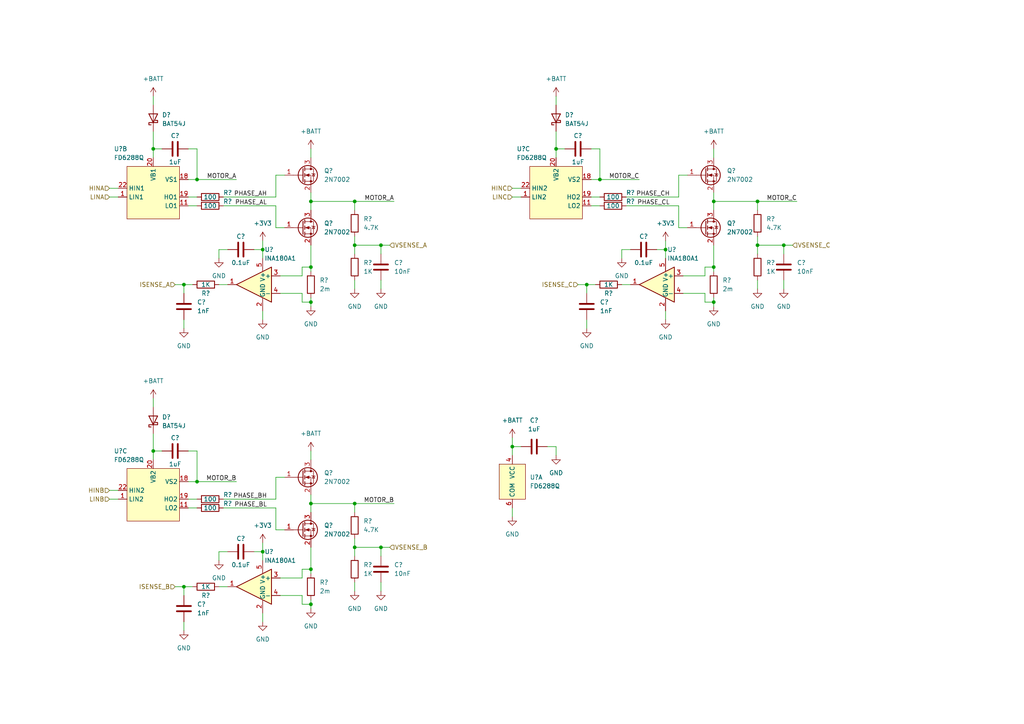
<source format=kicad_sch>
(kicad_sch (version 20211123) (generator eeschema)
  (paper "A4")
  (lib_symbols
    (symbol "Amplifier_Current:INA180A1" (pin_names (offset 0.127))
      (property "Reference" "U" (at 3.81 3.81 0))
      (property "Value" "INA180A1" (at 3.81 -2.54 0))
      (symbol "INA180A1_0_1"
        (polyline (pts (xy 5.08 0) (xy -5.08 5.08) (xy -5.08 -5.08) (xy 5.08 0)) (stroke (width 0.254)) (fill (type background)))
      )
      (symbol "INA180A1_1_1"
        (pin output line (at 7.62 0 180) (length 2.54) (name "~") (number "1"))
        (pin power_in line (at -2.54 -7.62 90) (length 3.81) (name "GND") (number "2"))
        (pin input line (at -7.62 2.54 0) (length 2.54) (name "+") (number "3"))
        (pin input line (at -7.62 -2.54 0) (length 2.54) (name "-") (number "4"))
        (pin power_in line (at -2.54 7.62 270) (length 3.81) (name "V+") (number "5"))
      )
    )
    (symbol "Device:C" (pin_numbers hide) (pin_names (offset 0.254))
      (property "Reference" "C" (at 0.635 2.54 0))
      (property "Value" "C" (at 0.635 -2.54 0))
      (symbol "C_0_1"
        (polyline (pts (xy -2.032 -0.762) (xy 2.032 -0.762)) (stroke (width 0.508)))
        (polyline (pts (xy -2.032 0.762) (xy 2.032 0.762)) (stroke (width 0.508)))
      )
      (symbol "C_1_1"
        (pin passive line (at 0 3.81 270) (length 2.794) (name "~") (number "1"))
        (pin passive line (at 0 -3.81 90) (length 2.794) (name "~") (number "2"))
      )
    )
    (symbol "Device:R" (pin_numbers hide) (pin_names (offset 0))
      (property "Reference" "R" (at 2.032 0 90))
      (property "Value" "R" (at 0 0 90))
      (symbol "R_0_1"
        (rectangle (start -1.016 -2.54) (end 1.016 2.54) (stroke (width 0.254)))
      )
      (symbol "R_1_1"
        (pin passive line (at 0 3.81 270) (length 1.27) (name "~") (number "1"))
        (pin passive line (at 0 -3.81 90) (length 1.27) (name "~") (number "2"))
      )
    )
    (symbol "Diode:BAT54J" (pin_numbers hide) (pin_names hide)
      (property "Reference" "D" (at 0 2.54 0))
      (property "Value" "BAT54J" (at 0 -2.54 0))
      (symbol "BAT54J_0_1"
        (polyline (pts (xy 1.27 0) (xy -1.27 0)))
        (polyline (pts (xy 1.27 1.27) (xy 1.27 -1.27) (xy -1.27 0) (xy 1.27 1.27)) (stroke (width 0.254)))
        (polyline (pts (xy -1.905 0.635) (xy -1.905 1.27) (xy -1.27 1.27) (xy -1.27 -1.27) (xy -0.635 -1.27) (xy -0.635 -0.635)) (stroke (width 0.254)))
      )
      (symbol "BAT54J_1_1"
        (pin passive line (at -3.81 0 0) (length 2.54) (name "K") (number "1"))
        (pin passive line (at 3.81 0 180) (length 2.54) (name "A") (number "2"))
      )
    )
    (symbol "FD6288Q_1"
      (property "Reference" "U" (at 0 20.32 0))
      (property "Value" "FD6288Q_1" (at 0 17.78 0))
      (symbol "FD6288Q_1_1_0"
        (pin power_in line (at 0 7.62 270) (length 2.54) (name "VCC") (number "4"))
        (pin power_in line (at 0 -7.62 90) (length 2.54) (name "COM") (number "6"))
      )
      (symbol "FD6288Q_1_1_1"
        (rectangle (start -3.81 5.08) (end 3.81 -5.08) (fill (type background)))
      )
      (symbol "FD6288Q_1_2_0"
        (pin input line (at -10.16 -1.27 0) (length 2.54) (name "LIN1") (number "1"))
        (pin output line (at 10.16 -1.27 180) (length 2.54) (name "LO1") (number "11"))
        (pin output line (at 0 -10.16 90) (length 2.54) (name "VS1") (number "18"))
        (pin output line (at 10.16 1.27 180) (length 2.54) (name "HO1") (number "19"))
        (pin output line (at 0 10.16 270) (length 2.54) (name "VB1") (number "20"))
        (pin input line (at -10.16 1.27 0) (length 2.54) (name "HIN1") (number "22"))
      )
      (symbol "FD6288Q_1_2_1"
        (rectangle (start -7.62 7.62) (end 7.62 -7.62) (fill (type background)))
      )
      (symbol "FD6288Q_1_3_0"
        (pin input line (at -10.16 -1.27 0) (length 2.54) (name "LIN2") (number "1"))
        (pin output line (at 10.16 -1.27 180) (length 2.54) (name "LO2") (number "11"))
        (pin output line (at 0 -10.16 90) (length 2.54) (name "VS2") (number "18"))
        (pin output line (at 10.16 1.27 180) (length 2.54) (name "HO2") (number "19"))
        (pin output line (at 0 10.16 270) (length 2.54) (name "VB2") (number "20"))
        (pin input line (at -10.16 1.27 0) (length 2.54) (name "HIN2") (number "22"))
      )
      (symbol "FD6288Q_1_3_1"
        (rectangle (start -7.62 7.62) (end 7.62 -7.62) (fill (type background)))
      )
      (symbol "FD6288Q_1_4_0"
        (pin input line (at -10.16 -1.27 0) (length 2.54) (name "LIN3") (number "1"))
        (pin output line (at 10.16 -1.27 180) (length 2.54) (name "LO3") (number "11"))
        (pin output line (at 0 -10.16 90) (length 2.54) (name "VS3") (number "18"))
        (pin output line (at 10.16 1.27 180) (length 2.54) (name "HO3") (number "19"))
        (pin output line (at 0 10.16 270) (length 2.54) (name "VB3") (number "20"))
        (pin input line (at -10.16 1.27 0) (length 2.54) (name "HIN3") (number "22"))
      )
      (symbol "FD6288Q_1_4_1"
        (rectangle (start -7.62 7.62) (end 7.62 -7.62) (fill (type background)))
      )
    )
    (symbol "FD6288Q_2"
      (property "Reference" "U" (at 0 20.32 0))
      (property "Value" "FD6288Q_2" (at 0 17.78 0))
      (symbol "FD6288Q_2_1_0"
        (pin power_in line (at 0 7.62 270) (length 2.54) (name "VCC") (number "4"))
        (pin power_in line (at 0 -7.62 90) (length 2.54) (name "COM") (number "6"))
      )
      (symbol "FD6288Q_2_1_1"
        (rectangle (start -3.81 5.08) (end 3.81 -5.08) (fill (type background)))
      )
      (symbol "FD6288Q_2_2_0"
        (pin input line (at -10.16 -1.27 0) (length 2.54) (name "LIN1") (number "1"))
        (pin output line (at 10.16 -3.81 180) (length 2.54) (name "LO1") (number "11"))
        (pin output line (at 10.16 3.81 180) (length 2.54) (name "VS1") (number "18"))
        (pin output line (at 10.16 -1.27 180) (length 2.54) (name "HO1") (number "19"))
        (pin output line (at 0 10.16 270) (length 2.54) (name "VB1") (number "20"))
        (pin input line (at -10.16 1.27 0) (length 2.54) (name "HIN1") (number "22"))
      )
      (symbol "FD6288Q_2_2_1"
        (rectangle (start -7.62 7.62) (end 7.62 -7.62) (fill (type background)))
      )
      (symbol "FD6288Q_2_3_0"
        (pin input line (at -10.16 -1.27 0) (length 2.54) (name "LIN2") (number "1"))
        (pin output line (at 10.16 -3.81 180) (length 2.54) (name "LO2") (number "11"))
        (pin output line (at 10.16 3.81 180) (length 2.54) (name "VS2") (number "18"))
        (pin output line (at 10.16 -1.27 180) (length 2.54) (name "HO2") (number "19"))
        (pin output line (at 0 10.16 270) (length 2.54) (name "VB2") (number "20"))
        (pin input line (at -10.16 1.27 0) (length 2.54) (name "HIN2") (number "22"))
      )
      (symbol "FD6288Q_2_3_1"
        (rectangle (start -7.62 7.62) (end 7.62 -7.62) (fill (type background)))
      )
      (symbol "FD6288Q_2_4_0"
        (pin input line (at -10.16 -1.27 0) (length 2.54) (name "LIN3") (number "1"))
        (pin output line (at 10.16 -3.81 180) (length 2.54) (name "LO3") (number "11"))
        (pin output line (at 10.16 3.81 180) (length 2.54) (name "VS3") (number "18"))
        (pin output line (at 10.16 -1.27 180) (length 2.54) (name "HO3") (number "19"))
        (pin output line (at 0 10.16 270) (length 2.54) (name "VB3") (number "20"))
        (pin input line (at -10.16 1.27 0) (length 2.54) (name "HIN3") (number "22"))
      )
      (symbol "FD6288Q_2_4_1"
        (rectangle (start -7.62 7.62) (end 7.62 -7.62) (fill (type background)))
      )
    )
    (symbol "Transistor_FET:2N7002" (pin_names hide)
      (property "Reference" "Q" (at 5.08 1.905 0))
      (property "Value" "2N7002" (at 5.08 0 0))
      (symbol "2N7002_0_1"
        (polyline (pts (xy 0.254 0) (xy -2.54 0)))
        (polyline (pts (xy 0.254 1.905) (xy 0.254 -1.905)) (stroke (width 0.254)))
        (polyline (pts (xy 0.762 -1.27) (xy 0.762 -2.286)) (stroke (width 0.254)))
        (polyline (pts (xy 0.762 0.508) (xy 0.762 -0.508)) (stroke (width 0.254)))
        (polyline (pts (xy 0.762 2.286) (xy 0.762 1.27)) (stroke (width 0.254)))
        (polyline (pts (xy 2.54 2.54) (xy 2.54 1.778)))
        (polyline (pts (xy 2.54 -2.54) (xy 2.54 0) (xy 0.762 0)))
        (polyline (pts (xy 0.762 -1.778) (xy 3.302 -1.778) (xy 3.302 1.778) (xy 0.762 1.778)))
        (polyline (pts (xy 1.016 0) (xy 2.032 0.381) (xy 2.032 -0.381) (xy 1.016 0)) (fill (type outline)))
        (polyline (pts (xy 2.794 0.508) (xy 2.921 0.381) (xy 3.683 0.381) (xy 3.81 0.254)))
        (polyline (pts (xy 3.302 0.381) (xy 2.921 -0.254) (xy 3.683 -0.254) (xy 3.302 0.381)))
        (circle (center 1.651 0) (radius 2.794) (stroke (width 0.254)))
        (circle (center 2.54 -1.778) (radius 0.254) (fill (type outline)))
        (circle (center 2.54 1.778) (radius 0.254) (fill (type outline)))
      )
      (symbol "2N7002_1_1"
        (pin input line (at -5.08 0 0) (length 2.54) (name "G") (number "1"))
        (pin passive line (at 2.54 -5.08 90) (length 2.54) (name "S") (number "2"))
        (pin passive line (at 2.54 5.08 270) (length 2.54) (name "D") (number "3"))
      )
    )
    (symbol "power:+3V3" (power) (pin_names (offset 0))
      (property "Value" "+3V3" (at 0 3.556 0))
      (symbol "+3V3_0_1"
        (polyline (pts (xy -0.762 1.27) (xy 0 2.54)))
        (polyline (pts (xy 0 0) (xy 0 2.54)))
        (polyline (pts (xy 0 2.54) (xy 0.762 1.27)))
      )
      (symbol "+3V3_1_1"
        (pin power_in line (at 0 0 90) (length 0) hide (name "+3V3") (number "1"))
      )
    )
    (symbol "power:+BATT" (power) (pin_names (offset 0))
      (property "Value" "+BATT" (at 0 3.556 0))
      (symbol "+BATT_0_1"
        (polyline (pts (xy -0.762 1.27) (xy 0 2.54)))
        (polyline (pts (xy 0 0) (xy 0 2.54)))
        (polyline (pts (xy 0 2.54) (xy 0.762 1.27)))
      )
      (symbol "+BATT_1_1"
        (pin power_in line (at 0 0 90) (length 0) hide (name "+BATT") (number "1"))
      )
    )
    (symbol "power:GND" (power) (pin_names (offset 0))
      (property "Value" "GND" (at 0 -3.81 0))
      (symbol "GND_0_1"
        (polyline (pts (xy 0 0) (xy 0 -1.27) (xy 1.27 -1.27) (xy 0 -2.54) (xy -1.27 -1.27) (xy 0 -1.27)))
      )
      (symbol "GND_1_1"
        (pin power_in line (at 0 0 270) (length 0) hide (name "GND") (number "1"))
      )
    )
  )
  (junction (at 44.45 43.18))
  (junction (at 102.87 71.12))
  (junction (at 219.71 71.12))
  (junction (at 53.34 170.18))
  (junction (at 90.17 58.42))
  (junction (at 102.87 58.42))
  (junction (at 102.87 158.75))
  (junction (at 76.2 72.39))
  (junction (at 173.99 52.07))
  (junction (at 219.71 58.42))
  (junction (at 193.04 72.39))
  (junction (at 170.18 82.55))
  (junction (at 161.29 43.18))
  (junction (at 76.2 160.02))
  (junction (at 207.01 87.63))
  (junction (at 57.15 139.7))
  (junction (at 90.17 146.05))
  (junction (at 90.17 175.26))
  (junction (at 227.33 71.12))
  (junction (at 207.01 58.42))
  (junction (at 207.01 77.47))
  (junction (at 148.59 129.54))
  (junction (at 90.17 87.63))
  (junction (at 57.15 52.07))
  (junction (at 44.45 130.81))
  (junction (at 110.49 158.75))
  (junction (at 53.34 82.55))
  (junction (at 90.17 77.47))
  (junction (at 110.49 71.12))
  (junction (at 102.87 146.05))
  (junction (at 90.17 165.1))
  (wire (pts (xy 148.59 54.61) (xy 151.13 54.61)))
  (wire (pts (xy 63.5 170.18) (xy 66.04 170.18)))
  (wire (pts (xy 31.75 144.78) (xy 34.29 144.78)))
  (wire (pts (xy 110.49 81.28) (xy 110.49 83.82)))
  (wire (pts (xy 227.33 71.12) (xy 227.33 73.66)))
  (wire (pts (xy 207.01 87.63) (xy 207.01 88.9)))
  (wire (pts (xy 193.04 72.39) (xy 193.04 74.93)))
  (wire (pts (xy 110.49 71.12) (xy 110.49 73.66)))
  (wire (pts (xy 44.45 115.57) (xy 44.45 118.11)))
  (wire (pts (xy 90.17 87.63) (xy 90.17 88.9)))
  (wire (pts (xy 102.87 146.05) (xy 102.87 148.59)))
  (wire (pts (xy 180.34 82.55) (xy 182.88 82.55)))
  (wire (pts (xy 54.61 43.18) (xy 57.15 43.18)))
  (wire (pts (xy 204.47 77.47) (xy 207.01 77.47)))
  (wire (pts (xy 76.2 177.8) (xy 76.2 180.34)))
  (wire (pts (xy 44.45 38.1) (xy 44.45 43.18)))
  (wire (pts (xy 207.01 71.12) (xy 207.01 77.47)))
  (wire (pts (xy 63.5 162.56) (xy 63.5 160.02)))
  (wire (pts (xy 170.18 82.55) (xy 170.18 85.09)))
  (wire (pts (xy 161.29 43.18) (xy 163.83 43.18)))
  (wire (pts (xy 80.01 138.43) (xy 82.55 138.43)))
  (wire (pts (xy 172.72 82.55) (xy 170.18 82.55)))
  (wire (pts (xy 193.04 90.17) (xy 193.04 92.71)))
  (wire (pts (xy 87.63 85.09) (xy 87.63 87.63)))
  (wire (pts (xy 44.45 43.18) (xy 46.99 43.18)))
  (wire (pts (xy 57.15 43.18) (xy 57.15 52.07)))
  (wire (pts (xy 204.47 80.01) (xy 204.47 77.47)))
  (wire (pts (xy 102.87 158.75) (xy 110.49 158.75)))
  (wire (pts (xy 57.15 130.81) (xy 57.15 139.7)))
  (wire (pts (xy 55.88 82.55) (xy 53.34 82.55)))
  (wire (pts (xy 80.01 57.15) (xy 80.01 50.8)))
  (wire (pts (xy 81.28 167.64) (xy 87.63 167.64)))
  (wire (pts (xy 219.71 71.12) (xy 227.33 71.12)))
  (wire (pts (xy 219.71 71.12) (xy 219.71 73.66)))
  (wire (pts (xy 196.85 50.8) (xy 199.39 50.8)))
  (wire (pts (xy 76.2 90.17) (xy 76.2 92.71)))
  (wire (pts (xy 161.29 27.94) (xy 161.29 30.48)))
  (wire (pts (xy 55.88 170.18) (xy 53.34 170.18)))
  (wire (pts (xy 148.59 129.54) (xy 151.13 129.54)))
  (wire (pts (xy 81.28 85.09) (xy 87.63 85.09)))
  (wire (pts (xy 44.45 130.81) (xy 44.45 133.35)))
  (wire (pts (xy 90.17 55.88) (xy 90.17 58.42)))
  (wire (pts (xy 81.28 172.72) (xy 87.63 172.72)))
  (wire (pts (xy 219.71 58.42) (xy 231.14 58.42)))
  (wire (pts (xy 90.17 173.99) (xy 90.17 175.26)))
  (wire (pts (xy 76.2 160.02) (xy 73.66 160.02)))
  (wire (pts (xy 44.45 43.18) (xy 44.45 45.72)))
  (wire (pts (xy 90.17 165.1) (xy 90.17 166.37)))
  (wire (pts (xy 87.63 175.26) (xy 90.17 175.26)))
  (wire (pts (xy 148.59 57.15) (xy 151.13 57.15)))
  (wire (pts (xy 90.17 130.81) (xy 90.17 133.35)))
  (wire (pts (xy 173.99 52.07) (xy 171.45 52.07)))
  (wire (pts (xy 87.63 172.72) (xy 87.63 175.26)))
  (wire (pts (xy 53.34 92.71) (xy 53.34 95.25)))
  (wire (pts (xy 102.87 71.12) (xy 110.49 71.12)))
  (wire (pts (xy 90.17 86.36) (xy 90.17 87.63)))
  (wire (pts (xy 64.77 144.78) (xy 80.01 144.78)))
  (wire (pts (xy 64.77 57.15) (xy 80.01 57.15)))
  (wire (pts (xy 110.49 71.12) (xy 113.03 71.12)))
  (wire (pts (xy 171.45 59.69) (xy 173.99 59.69)))
  (wire (pts (xy 198.12 85.09) (xy 204.47 85.09)))
  (wire (pts (xy 80.01 50.8) (xy 82.55 50.8)))
  (wire (pts (xy 80.01 147.32) (xy 80.01 153.67)))
  (wire (pts (xy 196.85 59.69) (xy 196.85 66.04)))
  (wire (pts (xy 57.15 52.07) (xy 54.61 52.07)))
  (wire (pts (xy 87.63 165.1) (xy 90.17 165.1)))
  (wire (pts (xy 173.99 52.07) (xy 185.42 52.07)))
  (wire (pts (xy 63.5 82.55) (xy 66.04 82.55)))
  (wire (pts (xy 50.8 82.55) (xy 53.34 82.55)))
  (wire (pts (xy 63.5 160.02) (xy 66.04 160.02)))
  (wire (pts (xy 204.47 87.63) (xy 207.01 87.63)))
  (wire (pts (xy 80.01 144.78) (xy 80.01 138.43)))
  (wire (pts (xy 63.5 74.93) (xy 63.5 72.39)))
  (wire (pts (xy 63.5 72.39) (xy 66.04 72.39)))
  (wire (pts (xy 76.2 157.48) (xy 76.2 160.02)))
  (wire (pts (xy 102.87 156.21) (xy 102.87 158.75)))
  (wire (pts (xy 110.49 158.75) (xy 113.03 158.75)))
  (wire (pts (xy 161.29 43.18) (xy 161.29 45.72)))
  (wire (pts (xy 64.77 59.69) (xy 80.01 59.69)))
  (wire (pts (xy 57.15 52.07) (xy 68.58 52.07)))
  (wire (pts (xy 80.01 153.67) (xy 82.55 153.67)))
  (wire (pts (xy 204.47 85.09) (xy 204.47 87.63)))
  (wire (pts (xy 90.17 175.26) (xy 90.17 176.53)))
  (wire (pts (xy 90.17 58.42) (xy 90.17 60.96)))
  (wire (pts (xy 53.34 180.34) (xy 53.34 182.88)))
  (wire (pts (xy 196.85 66.04) (xy 199.39 66.04)))
  (wire (pts (xy 57.15 139.7) (xy 54.61 139.7)))
  (wire (pts (xy 31.75 57.15) (xy 34.29 57.15)))
  (wire (pts (xy 102.87 58.42) (xy 114.3 58.42)))
  (wire (pts (xy 64.77 147.32) (xy 80.01 147.32)))
  (wire (pts (xy 87.63 167.64) (xy 87.63 165.1)))
  (wire (pts (xy 57.15 139.7) (xy 68.58 139.7)))
  (wire (pts (xy 207.01 55.88) (xy 207.01 58.42)))
  (wire (pts (xy 81.28 80.01) (xy 87.63 80.01)))
  (wire (pts (xy 102.87 168.91) (xy 102.87 171.45)))
  (wire (pts (xy 148.59 129.54) (xy 148.59 132.08)))
  (wire (pts (xy 54.61 130.81) (xy 57.15 130.81)))
  (wire (pts (xy 80.01 59.69) (xy 80.01 66.04)))
  (wire (pts (xy 102.87 71.12) (xy 102.87 73.66)))
  (wire (pts (xy 87.63 87.63) (xy 90.17 87.63)))
  (wire (pts (xy 50.8 170.18) (xy 53.34 170.18)))
  (wire (pts (xy 53.34 170.18) (xy 53.34 172.72)))
  (wire (pts (xy 87.63 77.47) (xy 90.17 77.47)))
  (wire (pts (xy 219.71 81.28) (xy 219.71 83.82)))
  (wire (pts (xy 198.12 80.01) (xy 204.47 80.01)))
  (wire (pts (xy 102.87 81.28) (xy 102.87 83.82)))
  (wire (pts (xy 90.17 71.12) (xy 90.17 77.47)))
  (wire (pts (xy 207.01 58.42) (xy 207.01 60.96)))
  (wire (pts (xy 181.61 59.69) (xy 196.85 59.69)))
  (wire (pts (xy 54.61 57.15) (xy 57.15 57.15)))
  (wire (pts (xy 90.17 146.05) (xy 102.87 146.05)))
  (wire (pts (xy 90.17 158.75) (xy 90.17 165.1)))
  (wire (pts (xy 171.45 43.18) (xy 173.99 43.18)))
  (wire (pts (xy 53.34 82.55) (xy 53.34 85.09)))
  (wire (pts (xy 90.17 58.42) (xy 102.87 58.42)))
  (wire (pts (xy 219.71 68.58) (xy 219.71 71.12)))
  (wire (pts (xy 44.45 130.81) (xy 46.99 130.81)))
  (wire (pts (xy 180.34 72.39) (xy 182.88 72.39)))
  (wire (pts (xy 170.18 92.71) (xy 170.18 95.25)))
  (wire (pts (xy 54.61 144.78) (xy 57.15 144.78)))
  (wire (pts (xy 44.45 27.94) (xy 44.45 30.48)))
  (wire (pts (xy 76.2 69.85) (xy 76.2 72.39)))
  (wire (pts (xy 102.87 58.42) (xy 102.87 60.96)))
  (wire (pts (xy 44.45 125.73) (xy 44.45 130.81)))
  (wire (pts (xy 196.85 57.15) (xy 196.85 50.8)))
  (wire (pts (xy 148.59 147.32) (xy 148.59 149.86)))
  (wire (pts (xy 90.17 77.47) (xy 90.17 78.74)))
  (wire (pts (xy 181.61 57.15) (xy 196.85 57.15)))
  (wire (pts (xy 207.01 58.42) (xy 219.71 58.42)))
  (wire (pts (xy 161.29 129.54) (xy 158.75 129.54)))
  (wire (pts (xy 102.87 68.58) (xy 102.87 71.12)))
  (wire (pts (xy 180.34 74.93) (xy 180.34 72.39)))
  (wire (pts (xy 161.29 38.1) (xy 161.29 43.18)))
  (wire (pts (xy 219.71 58.42) (xy 219.71 60.96)))
  (wire (pts (xy 90.17 146.05) (xy 90.17 148.59)))
  (wire (pts (xy 76.2 72.39) (xy 73.66 72.39)))
  (wire (pts (xy 31.75 142.24) (xy 34.29 142.24)))
  (wire (pts (xy 227.33 71.12) (xy 229.87 71.12)))
  (wire (pts (xy 76.2 72.39) (xy 76.2 74.93)))
  (wire (pts (xy 227.33 81.28) (xy 227.33 83.82)))
  (wire (pts (xy 193.04 72.39) (xy 190.5 72.39)))
  (wire (pts (xy 31.75 54.61) (xy 34.29 54.61)))
  (wire (pts (xy 110.49 158.75) (xy 110.49 161.29)))
  (wire (pts (xy 80.01 66.04) (xy 82.55 66.04)))
  (wire (pts (xy 90.17 143.51) (xy 90.17 146.05)))
  (wire (pts (xy 161.29 132.08) (xy 161.29 129.54)))
  (wire (pts (xy 54.61 147.32) (xy 57.15 147.32)))
  (wire (pts (xy 167.64 82.55) (xy 170.18 82.55)))
  (wire (pts (xy 148.59 127) (xy 148.59 129.54)))
  (wire (pts (xy 76.2 160.02) (xy 76.2 162.56)))
  (wire (pts (xy 90.17 43.18) (xy 90.17 45.72)))
  (wire (pts (xy 207.01 77.47) (xy 207.01 78.74)))
  (wire (pts (xy 102.87 158.75) (xy 102.87 161.29)))
  (wire (pts (xy 171.45 57.15) (xy 173.99 57.15)))
  (wire (pts (xy 207.01 86.36) (xy 207.01 87.63)))
  (wire (pts (xy 87.63 80.01) (xy 87.63 77.47)))
  (wire (pts (xy 193.04 69.85) (xy 193.04 72.39)))
  (wire (pts (xy 54.61 59.69) (xy 57.15 59.69)))
  (wire (pts (xy 173.99 43.18) (xy 173.99 52.07)))
  (wire (pts (xy 110.49 168.91) (xy 110.49 171.45)))
  (wire (pts (xy 207.01 43.18) (xy 207.01 45.72)))
  (wire (pts (xy 102.87 146.05) (xy 114.3 146.05)))
  (label "MOTOR_C" (at 185.42 52.07 180))
  (label "PHASE_CL" (at 194.31 59.69 180))
  (label "PHASE_AL" (at 77.47 59.69 180))
  (label "MOTOR_B" (at 114.3 146.05 180))
  (label "MOTOR_B" (at 68.58 139.7 180))
  (label "PHASE_CH" (at 194.31 57.15 180))
  (label "MOTOR_A" (at 68.58 52.07 180))
  (label "MOTOR_A" (at 114.3 58.42 180))
  (label "PHASE_BL" (at 77.47 147.32 180))
  (label "MOTOR_C" (at 231.14 58.42 180))
  (label "PHASE_AH" (at 77.47 57.15 180))
  (label "PHASE_BH" (at 77.47 144.78 180))
  (hierarchical_label "LINA" (shape input) (at 31.75 57.15 180))
  (hierarchical_label "VSENSE_C" (shape input) (at 229.87 71.12 0))
  (hierarchical_label "HINC" (shape input) (at 148.59 54.61 180))
  (hierarchical_label "LINB" (shape input) (at 31.75 144.78 180))
  (hierarchical_label "ISENSE_C" (shape input) (at 167.64 82.55 180))
  (hierarchical_label "HINA" (shape input) (at 31.75 54.61 180))
  (hierarchical_label "ISENSE_A" (shape input) (at 50.8 82.55 180))
  (hierarchical_label "VSENSE_A" (shape input) (at 113.03 71.12 0))
  (hierarchical_label "VSENSE_B" (shape input) (at 113.03 158.75 0))
  (hierarchical_label "LINC" (shape input) (at 148.59 57.15 180))
  (hierarchical_label "ISENSE_B" (shape input) (at 50.8 170.18 180))
  (hierarchical_label "HINB" (shape input) (at 31.75 142.24 180))
  (symbol (lib_id "power:GND") (at 170.18 95.25 0) (unit 1)
    (property "Reference" "#PWR?" (effects hide))
    (property "Value" "GND" (at 170.18 100.33 0))
  )
  (symbol (lib_id "power:GND") (at 76.2 92.71 0) (unit 1)
    (property "Reference" "#PWR?" (effects hide))
    (property "Value" "GND" (at 76.2 97.79 0))
  )
  (symbol (lib_id "power:GND") (at 53.34 95.25 0) (unit 1)
    (property "Reference" "#PWR?" (effects hide))
    (property "Value" "GND" (at 53.34 100.33 0))
  )
  (symbol (lib_id "Diode:BAT54J") (at 44.45 34.29 90) (unit 1)
    (property "Reference" "D?" (at 46.99 33.3374 90) (effects (justify right)))
    (property "Value" "BAT54J" (at 46.99 35.8774 90) (effects (justify right)))
    (property "Footprint" "Diode_SMD:D_SOD-323F" (effects hide))
    (property "Datasheet" "https://assets.nexperia.com/documents/data-sheet/BAT54J.pdf" (effects hide))
  )
  (symbol (lib_id "Transistor_FET:2N7002") (at 87.63 50.8 0) (unit 1)
    (property "Reference" "Q?" (at 93.98 49.5299 0) (effects (justify left)))
    (property "Value" "2N7002" (at 93.98 52.0699 0) (effects (justify left)))
    (property "Footprint" "Package_TO_SOT_SMD:SOT-23" (effects hide))
    (property "Datasheet" "https://www.onsemi.com/pub/Collateral/NDS7002A-D.PDF" (effects hide))
  )
  (symbol (lib_id "Device:R") (at 59.69 170.18 90) (unit 1)
    (property "Reference" "R?" (at 59.69 172.72 90))
    (property "Value" "1K" (at 59.69 170.18 90))
  )
  (symbol (lib_id "Transistor_FET:2N7002") (at 204.47 66.04 0) (unit 1)
    (property "Reference" "Q?" (at 210.82 64.7699 0) (effects (justify left)))
    (property "Value" "2N7002" (at 210.82 67.3099 0) (effects (justify left)))
    (property "Footprint" "Package_TO_SOT_SMD:SOT-23" (effects hide))
    (property "Datasheet" "https://www.onsemi.com/pub/Collateral/NDS7002A-D.PDF" (effects hide))
  )
  (symbol (lib_id "power:GND") (at 63.5 162.56 0) (unit 1)
    (property "Reference" "#PWR?" (effects hide))
    (property "Value" "GND" (at 63.5 167.64 0))
  )
  (symbol (lib_id "power:+BATT") (at 90.17 43.18 0) (unit 1)
    (property "Reference" "#PWR?" (effects hide))
    (property "Value" "+BATT" (at 90.17 38.1 0))
  )
  (symbol (lib_id "Device:C") (at 53.34 88.9 0) (unit 1)
    (property "Reference" "C?" (at 57.15 87.6299 0) (effects (justify left)))
    (property "Value" "1nF" (at 57.15 90.1699 0) (effects (justify left)))
  )
  (symbol (lib_id "Diode:BAT54J") (at 161.29 34.29 90) (unit 1)
    (property "Reference" "D?" (at 163.83 33.3374 90) (effects (justify right)))
    (property "Value" "BAT54J" (at 163.83 35.8774 90) (effects (justify right)))
    (property "Footprint" "Diode_SMD:D_SOD-323F" (effects hide))
    (property "Datasheet" "https://assets.nexperia.com/documents/data-sheet/BAT54J.pdf" (effects hide))
  )
  (symbol (lib_id "Device:C") (at 167.64 43.18 90) (unit 1)
    (property "Reference" "C?" (at 167.64 39.37 90))
    (property "Value" "1uF" (at 167.64 46.99 90))
  )
  (symbol (lib_id "power:+BATT") (at 161.29 27.94 0) (unit 1)
    (property "Reference" "#PWR?" (effects hide))
    (property "Value" "+BATT" (at 161.29 22.86 0))
  )
  (symbol (lib_id "Device:R") (at 219.71 64.77 0) (unit 1)
    (property "Reference" "R?" (at 222.25 63.4999 0) (effects (justify left)))
    (property "Value" "4.7K" (at 222.25 66.0399 0) (effects (justify left)))
  )
  (symbol (lib_name "FD6288Q_2") (lib_id "FD6288Q:FD6288Q") (at 161.29 55.88 0) (unit 3)
    (property "Reference" "U?" (at 149.86 43.18 0) (effects (justify left)))
    (property "Value" "FD6288Q" (at 149.86 45.72 0) (effects (justify left)))
  )
  (symbol (lib_id "Device:R") (at 90.17 82.55 0) (unit 1)
    (property "Reference" "R?" (at 92.71 81.2799 0) (effects (justify left)))
    (property "Value" "2m" (at 92.71 83.8199 0) (effects (justify left)))
  )
  (symbol (lib_id "power:GND") (at 227.33 83.82 0) (unit 1)
    (property "Reference" "#PWR?" (effects hide))
    (property "Value" "GND" (at 227.33 88.9 0))
  )
  (symbol (lib_id "Device:C") (at 69.85 160.02 90) (unit 1)
    (property "Reference" "C?" (at 69.85 156.21 90))
    (property "Value" "0.1uF" (at 69.85 163.83 90))
  )
  (symbol (lib_name "FD6288Q_2") (lib_id "FD6288Q:FD6288Q") (at 44.45 55.88 0) (unit 2)
    (property "Reference" "U?" (at 33.02 43.18 0) (effects (justify left)))
    (property "Value" "FD6288Q" (at 33.02 45.72 0) (effects (justify left)))
  )
  (symbol (lib_id "Device:R") (at 177.8 59.69 90) (unit 1)
    (property "Reference" "R?" (at 182.88 58.42 90))
    (property "Value" "100" (at 177.8 59.69 90))
  )
  (symbol (lib_id "Device:R") (at 60.96 59.69 90) (unit 1)
    (property "Reference" "R?" (at 66.04 58.42 90))
    (property "Value" "100" (at 60.96 59.69 90))
  )
  (symbol (lib_id "power:GND") (at 180.34 74.93 0) (unit 1)
    (property "Reference" "#PWR?" (effects hide))
    (property "Value" "GND" (at 180.34 80.01 0))
  )
  (symbol (lib_id "power:+3V3") (at 76.2 69.85 0) (unit 1)
    (property "Reference" "#PWR?" (effects hide))
    (property "Value" "+3V3" (at 76.2 64.77 0))
  )
  (symbol (lib_id "Device:C") (at 110.49 77.47 0) (unit 1)
    (property "Reference" "C?" (at 114.3 76.1999 0) (effects (justify left)))
    (property "Value" "10nF" (at 114.3 78.7399 0) (effects (justify left)))
  )
  (symbol (lib_id "power:+3V3") (at 76.2 157.48 0) (unit 1)
    (property "Reference" "#PWR?" (effects hide))
    (property "Value" "+3V3" (at 76.2 152.4 0))
  )
  (symbol (lib_id "Device:C") (at 186.69 72.39 90) (unit 1)
    (property "Reference" "C?" (at 186.69 68.58 90))
    (property "Value" "0.1uF" (at 186.69 76.2 90))
  )
  (symbol (lib_id "power:GND") (at 90.17 88.9 0) (unit 1)
    (property "Reference" "#PWR?" (effects hide))
    (property "Value" "GND" (at 90.17 93.98 0))
  )
  (symbol (lib_id "power:+BATT") (at 207.01 43.18 0) (unit 1)
    (property "Reference" "#PWR?" (effects hide))
    (property "Value" "+BATT" (at 207.01 38.1 0))
  )
  (symbol (lib_id "power:GND") (at 102.87 171.45 0) (unit 1)
    (property "Reference" "#PWR?" (effects hide))
    (property "Value" "GND" (at 102.87 176.53 0))
  )
  (symbol (lib_id "power:GND") (at 76.2 180.34 0) (unit 1)
    (property "Reference" "#PWR?" (effects hide))
    (property "Value" "GND" (at 76.2 185.42 0))
  )
  (symbol (lib_id "Device:R") (at 207.01 82.55 0) (unit 1)
    (property "Reference" "R?" (at 209.55 81.2799 0) (effects (justify left)))
    (property "Value" "2m" (at 209.55 83.8199 0) (effects (justify left)))
  )
  (symbol (lib_id "Device:C") (at 170.18 88.9 0) (unit 1)
    (property "Reference" "C?" (at 173.99 87.6299 0) (effects (justify left)))
    (property "Value" "1nF" (at 173.99 90.1699 0) (effects (justify left)))
  )
  (symbol (lib_id "Device:R") (at 60.96 147.32 90) (unit 1)
    (property "Reference" "R?" (at 66.04 146.05 90))
    (property "Value" "100" (at 60.96 147.32 90))
  )
  (symbol (lib_id "power:+BATT") (at 44.45 115.57 0) (unit 1)
    (property "Reference" "#PWR?" (effects hide))
    (property "Value" "+BATT" (at 44.45 110.49 0))
  )
  (symbol (lib_id "Device:R") (at 219.71 77.47 0) (unit 1)
    (property "Reference" "R?" (at 222.25 76.1999 0) (effects (justify left)))
    (property "Value" "1K" (at 222.25 78.7399 0) (effects (justify left)))
  )
  (symbol (lib_id "Device:R") (at 59.69 82.55 90) (unit 1)
    (property "Reference" "R?" (at 59.69 85.09 90))
    (property "Value" "1K" (at 59.69 82.55 90))
  )
  (symbol (lib_name "FD6288Q_2") (lib_id "FD6288Q:FD6288Q") (at 44.45 143.51 0) (unit 3)
    (property "Reference" "U?" (at 33.02 130.81 0) (effects (justify left)))
    (property "Value" "FD6288Q" (at 33.02 133.35 0) (effects (justify left)))
  )
  (symbol (lib_id "Device:R") (at 60.96 57.15 90) (unit 1)
    (property "Reference" "R?" (at 66.04 55.88 90))
    (property "Value" "100" (at 60.96 57.15 90))
  )
  (symbol (lib_id "power:GND") (at 63.5 74.93 0) (unit 1)
    (property "Reference" "#PWR?" (effects hide))
    (property "Value" "GND" (at 63.5 80.01 0))
  )
  (symbol (lib_id "power:GND") (at 53.34 182.88 0) (unit 1)
    (property "Reference" "#PWR?" (effects hide))
    (property "Value" "GND" (at 53.34 187.96 0))
  )
  (symbol (lib_id "Amplifier_Current:INA180A1") (at 73.66 82.55 0) (mirror y) (unit 1)
    (property "Reference" "U?" (at 76.7206 72.39 0) (effects (justify right)))
    (property "Value" "INA180A1" (at 76.7206 74.93 0) (effects (justify right)))
    (property "Footprint" "Package_TO_SOT_SMD:SOT-23-5" (effects hide))
    (property "Datasheet" "http://www.ti.com/lit/ds/symlink/ina180.pdf" (effects hide))
  )
  (symbol (lib_id "Device:R") (at 177.8 57.15 90) (unit 1)
    (property "Reference" "R?" (at 182.88 55.88 90))
    (property "Value" "100" (at 177.8 57.15 90))
  )
  (symbol (lib_id "Device:R") (at 102.87 64.77 0) (unit 1)
    (property "Reference" "R?" (at 105.41 63.4999 0) (effects (justify left)))
    (property "Value" "4.7K" (at 105.41 66.0399 0) (effects (justify left)))
  )
  (symbol (lib_id "power:GND") (at 161.29 132.08 0) (unit 1)
    (property "Reference" "#PWR?" (effects hide))
    (property "Value" "GND" (at 161.29 137.16 0))
  )
  (symbol (lib_id "power:GND") (at 207.01 88.9 0) (unit 1)
    (property "Reference" "#PWR?" (effects hide))
    (property "Value" "GND" (at 207.01 93.98 0))
  )
  (symbol (lib_id "Device:C") (at 154.94 129.54 90) (unit 1)
    (property "Reference" "C?" (at 154.94 121.92 90))
    (property "Value" "1uF" (at 154.94 124.46 90))
  )
  (symbol (lib_id "Device:C") (at 69.85 72.39 90) (unit 1)
    (property "Reference" "C?" (at 69.85 68.58 90))
    (property "Value" "0.1uF" (at 69.85 76.2 90))
  )
  (symbol (lib_id "power:+BATT") (at 148.59 127 0) (unit 1)
    (property "Reference" "#PWR?" (effects hide))
    (property "Value" "+BATT" (at 148.59 121.92 0))
  )
  (symbol (lib_id "power:GND") (at 219.71 83.82 0) (unit 1)
    (property "Reference" "#PWR?" (effects hide))
    (property "Value" "GND" (at 219.71 88.9 0))
  )
  (symbol (lib_id "power:GND") (at 110.49 83.82 0) (unit 1)
    (property "Reference" "#PWR?" (effects hide))
    (property "Value" "GND" (at 110.49 88.9 0))
  )
  (symbol (lib_id "Transistor_FET:2N7002") (at 204.47 50.8 0) (unit 1)
    (property "Reference" "Q?" (at 210.82 49.5299 0) (effects (justify left)))
    (property "Value" "2N7002" (at 210.82 52.0699 0) (effects (justify left)))
    (property "Footprint" "Package_TO_SOT_SMD:SOT-23" (effects hide))
    (property "Datasheet" "https://www.onsemi.com/pub/Collateral/NDS7002A-D.PDF" (effects hide))
  )
  (symbol (lib_name "FD6288Q_1") (lib_id "FD6288Q:FD6288Q") (at 148.59 139.7 0) (unit 1)
    (property "Reference" "U?" (at 153.67 138.4299 0) (effects (justify left)))
    (property "Value" "FD6288Q" (at 153.67 140.9699 0) (effects (justify left)))
  )
  (symbol (lib_id "power:+3V3") (at 193.04 69.85 0) (unit 1)
    (property "Reference" "#PWR?" (effects hide))
    (property "Value" "+3V3" (at 193.04 64.77 0))
  )
  (symbol (lib_id "Transistor_FET:2N7002") (at 87.63 66.04 0) (unit 1)
    (property "Reference" "Q?" (at 93.98 64.7699 0) (effects (justify left)))
    (property "Value" "2N7002" (at 93.98 67.3099 0) (effects (justify left)))
    (property "Footprint" "Package_TO_SOT_SMD:SOT-23" (effects hide))
    (property "Datasheet" "https://www.onsemi.com/pub/Collateral/NDS7002A-D.PDF" (effects hide))
  )
  (symbol (lib_id "power:+BATT") (at 90.17 130.81 0) (unit 1)
    (property "Reference" "#PWR?" (effects hide))
    (property "Value" "+BATT" (at 90.17 125.73 0))
  )
  (symbol (lib_id "Diode:BAT54J") (at 44.45 121.92 90) (unit 1)
    (property "Reference" "D?" (at 46.99 120.9674 90) (effects (justify right)))
    (property "Value" "BAT54J" (at 46.99 123.5074 90) (effects (justify right)))
    (property "Footprint" "Diode_SMD:D_SOD-323F" (effects hide))
    (property "Datasheet" "https://assets.nexperia.com/documents/data-sheet/BAT54J.pdf" (effects hide))
  )
  (symbol (lib_id "Device:R") (at 102.87 165.1 0) (unit 1)
    (property "Reference" "R?" (at 105.41 163.8299 0) (effects (justify left)))
    (property "Value" "1K" (at 105.41 166.3699 0) (effects (justify left)))
  )
  (symbol (lib_id "power:GND") (at 110.49 171.45 0) (unit 1)
    (property "Reference" "#PWR?" (effects hide))
    (property "Value" "GND" (at 110.49 176.53 0))
  )
  (symbol (lib_id "Device:C") (at 110.49 165.1 0) (unit 1)
    (property "Reference" "C?" (at 114.3 163.8299 0) (effects (justify left)))
    (property "Value" "10nF" (at 114.3 166.3699 0) (effects (justify left)))
  )
  (symbol (lib_id "Amplifier_Current:INA180A1") (at 190.5 82.55 0) (mirror y) (unit 1)
    (property "Reference" "U?" (at 193.5606 72.39 0) (effects (justify right)))
    (property "Value" "INA180A1" (at 193.5606 74.93 0) (effects (justify right)))
    (property "Footprint" "Package_TO_SOT_SMD:SOT-23-5" (effects hide))
    (property "Datasheet" "http://www.ti.com/lit/ds/symlink/ina180.pdf" (effects hide))
  )
  (symbol (lib_id "Device:R") (at 90.17 170.18 0) (unit 1)
    (property "Reference" "R?" (at 92.71 168.9099 0) (effects (justify left)))
    (property "Value" "2m" (at 92.71 171.4499 0) (effects (justify left)))
  )
  (symbol (lib_id "Transistor_FET:2N7002") (at 87.63 138.43 0) (unit 1)
    (property "Reference" "Q?" (at 93.98 137.1599 0) (effects (justify left)))
    (property "Value" "2N7002" (at 93.98 139.6999 0) (effects (justify left)))
    (property "Footprint" "Package_TO_SOT_SMD:SOT-23" (effects hide))
    (property "Datasheet" "https://www.onsemi.com/pub/Collateral/NDS7002A-D.PDF" (effects hide))
  )
  (symbol (lib_id "power:GND") (at 102.87 83.82 0) (unit 1)
    (property "Reference" "#PWR?" (effects hide))
    (property "Value" "GND" (at 102.87 88.9 0))
  )
  (symbol (lib_id "power:GND") (at 90.17 176.53 0) (unit 1)
    (property "Reference" "#PWR?" (effects hide))
    (property "Value" "GND" (at 90.17 181.61 0))
  )
  (symbol (lib_id "Device:C") (at 53.34 176.53 0) (unit 1)
    (property "Reference" "C?" (at 57.15 175.2599 0) (effects (justify left)))
    (property "Value" "1nF" (at 57.15 177.7999 0) (effects (justify left)))
  )
  (symbol (lib_id "Device:R") (at 60.96 144.78 90) (unit 1)
    (property "Reference" "R?" (at 66.04 143.51 90))
    (property "Value" "100" (at 60.96 144.78 90))
  )
  (symbol (lib_id "Device:R") (at 176.53 82.55 90) (unit 1)
    (property "Reference" "R?" (at 176.53 85.09 90))
    (property "Value" "1K" (at 176.53 82.55 90))
  )
  (symbol (lib_id "Amplifier_Current:INA180A1") (at 73.66 170.18 0) (mirror y) (unit 1)
    (property "Reference" "U?" (at 76.7206 160.02 0) (effects (justify right)))
    (property "Value" "INA180A1" (at 76.7206 162.56 0) (effects (justify right)))
    (property "Footprint" "Package_TO_SOT_SMD:SOT-23-5" (effects hide))
    (property "Datasheet" "http://www.ti.com/lit/ds/symlink/ina180.pdf" (effects hide))
  )
  (symbol (lib_id "power:GND") (at 193.04 92.71 0) (unit 1)
    (property "Reference" "#PWR?" (effects hide))
    (property "Value" "GND" (at 193.04 97.79 0))
  )
  (symbol (lib_id "Device:C") (at 50.8 43.18 90) (unit 1)
    (property "Reference" "C?" (at 50.8 39.37 90))
    (property "Value" "1uF" (at 50.8 46.99 90))
  )
  (symbol (lib_id "power:GND") (at 148.59 149.86 0) (unit 1)
    (property "Reference" "#PWR?" (effects hide))
    (property "Value" "GND" (at 148.59 154.94 0))
  )
  (symbol (lib_id "Device:C") (at 50.8 130.81 90) (unit 1)
    (property "Reference" "C?" (at 50.8 127 90))
    (property "Value" "1uF" (at 50.8 134.62 90))
  )
  (symbol (lib_id "Device:R") (at 102.87 152.4 0) (unit 1)
    (property "Reference" "R?" (at 105.41 151.1299 0) (effects (justify left)))
    (property "Value" "4.7K" (at 105.41 153.6699 0) (effects (justify left)))
  )
  (symbol (lib_id "Device:R") (at 102.87 77.47 0) (unit 1)
    (property "Reference" "R?" (at 105.41 76.1999 0) (effects (justify left)))
    (property "Value" "1K" (at 105.41 78.7399 0) (effects (justify left)))
  )
  (symbol (lib_id "power:+BATT") (at 44.45 27.94 0) (unit 1)
    (property "Reference" "#PWR?" (effects hide))
    (property "Value" "+BATT" (at 44.45 22.86 0))
  )
  (symbol (lib_id "Transistor_FET:2N7002") (at 87.63 153.67 0) (unit 1)
    (property "Reference" "Q?" (at 93.98 152.3999 0) (effects (justify left)))
    (property "Value" "2N7002" (at 93.98 154.9399 0) (effects (justify left)))
    (property "Footprint" "Package_TO_SOT_SMD:SOT-23" (effects hide))
    (property "Datasheet" "https://www.onsemi.com/pub/Collateral/NDS7002A-D.PDF" (effects hide))
  )
  (symbol (lib_id "Device:C") (at 227.33 77.47 0) (unit 1)
    (property "Reference" "C?" (at 231.14 76.1999 0) (effects (justify left)))
    (property "Value" "10nF" (at 231.14 78.7399 0) (effects (justify left)))
  )
)
</source>
